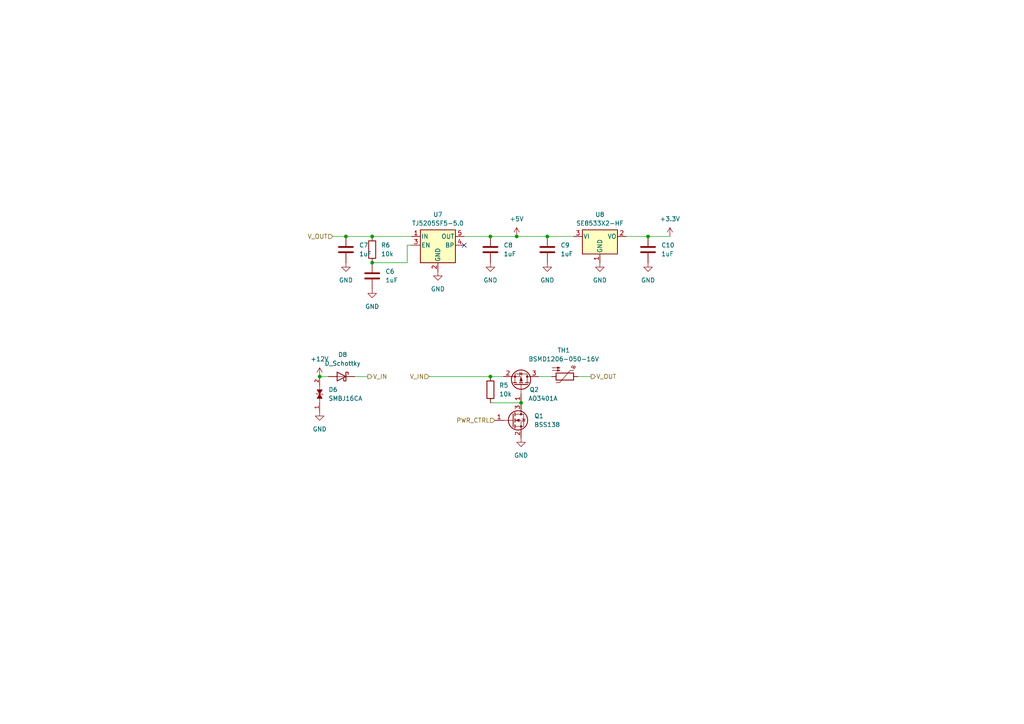
<source format=kicad_sch>
(kicad_sch
	(version 20231120)
	(generator "eeschema")
	(generator_version "8.0")
	(uuid "3221de91-5ab1-4d96-83cb-c42b382fc9bc")
	(paper "A4")
	(title_block
		(title "MAIANA NMEA2000 Adapter")
		(date "2023-09-23")
		(rev "8")
		(company "Maverick Labs LLC")
	)
	(lib_symbols
		(symbol "Device:C"
			(pin_numbers hide)
			(pin_names
				(offset 0.254)
			)
			(exclude_from_sim no)
			(in_bom yes)
			(on_board yes)
			(property "Reference" "C"
				(at 0.635 2.54 0)
				(effects
					(font
						(size 1.27 1.27)
					)
					(justify left)
				)
			)
			(property "Value" "C"
				(at 0.635 -2.54 0)
				(effects
					(font
						(size 1.27 1.27)
					)
					(justify left)
				)
			)
			(property "Footprint" ""
				(at 0.9652 -3.81 0)
				(effects
					(font
						(size 1.27 1.27)
					)
					(hide yes)
				)
			)
			(property "Datasheet" "~"
				(at 0 0 0)
				(effects
					(font
						(size 1.27 1.27)
					)
					(hide yes)
				)
			)
			(property "Description" "Unpolarized capacitor"
				(at 0 0 0)
				(effects
					(font
						(size 1.27 1.27)
					)
					(hide yes)
				)
			)
			(property "ki_keywords" "cap capacitor"
				(at 0 0 0)
				(effects
					(font
						(size 1.27 1.27)
					)
					(hide yes)
				)
			)
			(property "ki_fp_filters" "C_*"
				(at 0 0 0)
				(effects
					(font
						(size 1.27 1.27)
					)
					(hide yes)
				)
			)
			(symbol "C_0_1"
				(polyline
					(pts
						(xy -2.032 -0.762) (xy 2.032 -0.762)
					)
					(stroke
						(width 0.508)
						(type default)
					)
					(fill
						(type none)
					)
				)
				(polyline
					(pts
						(xy -2.032 0.762) (xy 2.032 0.762)
					)
					(stroke
						(width 0.508)
						(type default)
					)
					(fill
						(type none)
					)
				)
			)
			(symbol "C_1_1"
				(pin passive line
					(at 0 3.81 270)
					(length 2.794)
					(name "~"
						(effects
							(font
								(size 1.27 1.27)
							)
						)
					)
					(number "1"
						(effects
							(font
								(size 1.27 1.27)
							)
						)
					)
				)
				(pin passive line
					(at 0 -3.81 90)
					(length 2.794)
					(name "~"
						(effects
							(font
								(size 1.27 1.27)
							)
						)
					)
					(number "2"
						(effects
							(font
								(size 1.27 1.27)
							)
						)
					)
				)
			)
		)
		(symbol "Device:D_Schottky"
			(pin_numbers hide)
			(pin_names
				(offset 1.016) hide)
			(exclude_from_sim no)
			(in_bom yes)
			(on_board yes)
			(property "Reference" "D"
				(at 0 2.54 0)
				(effects
					(font
						(size 1.27 1.27)
					)
				)
			)
			(property "Value" "D_Schottky"
				(at 0 -2.54 0)
				(effects
					(font
						(size 1.27 1.27)
					)
				)
			)
			(property "Footprint" ""
				(at 0 0 0)
				(effects
					(font
						(size 1.27 1.27)
					)
					(hide yes)
				)
			)
			(property "Datasheet" "~"
				(at 0 0 0)
				(effects
					(font
						(size 1.27 1.27)
					)
					(hide yes)
				)
			)
			(property "Description" "Schottky diode"
				(at 0 0 0)
				(effects
					(font
						(size 1.27 1.27)
					)
					(hide yes)
				)
			)
			(property "ki_keywords" "diode Schottky"
				(at 0 0 0)
				(effects
					(font
						(size 1.27 1.27)
					)
					(hide yes)
				)
			)
			(property "ki_fp_filters" "TO-???* *_Diode_* *SingleDiode* D_*"
				(at 0 0 0)
				(effects
					(font
						(size 1.27 1.27)
					)
					(hide yes)
				)
			)
			(symbol "D_Schottky_0_1"
				(polyline
					(pts
						(xy 1.27 0) (xy -1.27 0)
					)
					(stroke
						(width 0)
						(type default)
					)
					(fill
						(type none)
					)
				)
				(polyline
					(pts
						(xy 1.27 1.27) (xy 1.27 -1.27) (xy -1.27 0) (xy 1.27 1.27)
					)
					(stroke
						(width 0.254)
						(type default)
					)
					(fill
						(type none)
					)
				)
				(polyline
					(pts
						(xy -1.905 0.635) (xy -1.905 1.27) (xy -1.27 1.27) (xy -1.27 -1.27) (xy -0.635 -1.27) (xy -0.635 -0.635)
					)
					(stroke
						(width 0.254)
						(type default)
					)
					(fill
						(type none)
					)
				)
			)
			(symbol "D_Schottky_1_1"
				(pin passive line
					(at -3.81 0 0)
					(length 2.54)
					(name "K"
						(effects
							(font
								(size 1.27 1.27)
							)
						)
					)
					(number "1"
						(effects
							(font
								(size 1.27 1.27)
							)
						)
					)
				)
				(pin passive line
					(at 3.81 0 180)
					(length 2.54)
					(name "A"
						(effects
							(font
								(size 1.27 1.27)
							)
						)
					)
					(number "2"
						(effects
							(font
								(size 1.27 1.27)
							)
						)
					)
				)
			)
		)
		(symbol "Device:R"
			(pin_numbers hide)
			(pin_names
				(offset 0)
			)
			(exclude_from_sim no)
			(in_bom yes)
			(on_board yes)
			(property "Reference" "R"
				(at 2.032 0 90)
				(effects
					(font
						(size 1.27 1.27)
					)
				)
			)
			(property "Value" "R"
				(at 0 0 90)
				(effects
					(font
						(size 1.27 1.27)
					)
				)
			)
			(property "Footprint" ""
				(at -1.778 0 90)
				(effects
					(font
						(size 1.27 1.27)
					)
					(hide yes)
				)
			)
			(property "Datasheet" "~"
				(at 0 0 0)
				(effects
					(font
						(size 1.27 1.27)
					)
					(hide yes)
				)
			)
			(property "Description" "Resistor"
				(at 0 0 0)
				(effects
					(font
						(size 1.27 1.27)
					)
					(hide yes)
				)
			)
			(property "ki_keywords" "R res resistor"
				(at 0 0 0)
				(effects
					(font
						(size 1.27 1.27)
					)
					(hide yes)
				)
			)
			(property "ki_fp_filters" "R_*"
				(at 0 0 0)
				(effects
					(font
						(size 1.27 1.27)
					)
					(hide yes)
				)
			)
			(symbol "R_0_1"
				(rectangle
					(start -1.016 -2.54)
					(end 1.016 2.54)
					(stroke
						(width 0.254)
						(type default)
					)
					(fill
						(type none)
					)
				)
			)
			(symbol "R_1_1"
				(pin passive line
					(at 0 3.81 270)
					(length 1.27)
					(name "~"
						(effects
							(font
								(size 1.27 1.27)
							)
						)
					)
					(number "1"
						(effects
							(font
								(size 1.27 1.27)
							)
						)
					)
				)
				(pin passive line
					(at 0 -3.81 90)
					(length 1.27)
					(name "~"
						(effects
							(font
								(size 1.27 1.27)
							)
						)
					)
					(number "2"
						(effects
							(font
								(size 1.27 1.27)
							)
						)
					)
				)
			)
		)
		(symbol "Device:Thermistor_PTC"
			(pin_numbers hide)
			(pin_names
				(offset 0)
			)
			(exclude_from_sim no)
			(in_bom yes)
			(on_board yes)
			(property "Reference" "TH"
				(at -4.064 0 90)
				(effects
					(font
						(size 1.27 1.27)
					)
				)
			)
			(property "Value" "Thermistor_PTC"
				(at 3.048 0 90)
				(effects
					(font
						(size 1.27 1.27)
					)
				)
			)
			(property "Footprint" ""
				(at 1.27 -5.08 0)
				(effects
					(font
						(size 1.27 1.27)
					)
					(justify left)
					(hide yes)
				)
			)
			(property "Datasheet" "~"
				(at 0 0 0)
				(effects
					(font
						(size 1.27 1.27)
					)
					(hide yes)
				)
			)
			(property "Description" "Temperature dependent resistor, positive temperature coefficient"
				(at 0 0 0)
				(effects
					(font
						(size 1.27 1.27)
					)
					(hide yes)
				)
			)
			(property "ki_keywords" "resistor PTC thermistor sensor RTD"
				(at 0 0 0)
				(effects
					(font
						(size 1.27 1.27)
					)
					(hide yes)
				)
			)
			(property "ki_fp_filters" "*PTC* *Thermistor* PIN?ARRAY* bornier* *Terminal?Block* R_*"
				(at 0 0 0)
				(effects
					(font
						(size 1.27 1.27)
					)
					(hide yes)
				)
			)
			(symbol "Thermistor_PTC_0_1"
				(arc
					(start -3.048 2.159)
					(mid -3.0495 2.3143)
					(end -3.175 2.413)
					(stroke
						(width 0)
						(type default)
					)
					(fill
						(type none)
					)
				)
				(arc
					(start -3.048 2.159)
					(mid -2.9736 1.9794)
					(end -2.794 1.905)
					(stroke
						(width 0)
						(type default)
					)
					(fill
						(type none)
					)
				)
				(arc
					(start -3.048 2.794)
					(mid -2.9736 2.6144)
					(end -2.794 2.54)
					(stroke
						(width 0)
						(type default)
					)
					(fill
						(type none)
					)
				)
				(arc
					(start -2.794 1.905)
					(mid -2.6144 1.9794)
					(end -2.54 2.159)
					(stroke
						(width 0)
						(type default)
					)
					(fill
						(type none)
					)
				)
				(arc
					(start -2.794 2.54)
					(mid -2.4393 2.5587)
					(end -2.159 2.794)
					(stroke
						(width 0)
						(type default)
					)
					(fill
						(type none)
					)
				)
				(arc
					(start -2.794 3.048)
					(mid -2.9736 2.9736)
					(end -3.048 2.794)
					(stroke
						(width 0)
						(type default)
					)
					(fill
						(type none)
					)
				)
				(arc
					(start -2.54 2.794)
					(mid -2.6144 2.9736)
					(end -2.794 3.048)
					(stroke
						(width 0)
						(type default)
					)
					(fill
						(type none)
					)
				)
				(rectangle
					(start -1.016 2.54)
					(end 1.016 -2.54)
					(stroke
						(width 0.254)
						(type default)
					)
					(fill
						(type none)
					)
				)
				(polyline
					(pts
						(xy -2.54 2.159) (xy -2.54 2.794)
					)
					(stroke
						(width 0)
						(type default)
					)
					(fill
						(type none)
					)
				)
				(polyline
					(pts
						(xy -1.778 2.54) (xy -1.778 1.524) (xy 1.778 -1.524) (xy 1.778 -2.54)
					)
					(stroke
						(width 0)
						(type default)
					)
					(fill
						(type none)
					)
				)
				(polyline
					(pts
						(xy -2.54 -3.683) (xy -2.54 -1.397) (xy -2.794 -2.159) (xy -2.286 -2.159) (xy -2.54 -1.397) (xy -2.54 -1.651)
					)
					(stroke
						(width 0)
						(type default)
					)
					(fill
						(type outline)
					)
				)
				(polyline
					(pts
						(xy -1.778 -3.683) (xy -1.778 -1.397) (xy -2.032 -2.159) (xy -1.524 -2.159) (xy -1.778 -1.397)
						(xy -1.778 -1.651)
					)
					(stroke
						(width 0)
						(type default)
					)
					(fill
						(type outline)
					)
				)
			)
			(symbol "Thermistor_PTC_1_1"
				(pin passive line
					(at 0 3.81 270)
					(length 1.27)
					(name "~"
						(effects
							(font
								(size 1.27 1.27)
							)
						)
					)
					(number "1"
						(effects
							(font
								(size 1.27 1.27)
							)
						)
					)
				)
				(pin passive line
					(at 0 -3.81 90)
					(length 1.27)
					(name "~"
						(effects
							(font
								(size 1.27 1.27)
							)
						)
					)
					(number "2"
						(effects
							(font
								(size 1.27 1.27)
							)
						)
					)
				)
			)
		)
		(symbol "Regulator_Linear:MCP1799x-330xxTT"
			(pin_names
				(offset 0.254)
			)
			(exclude_from_sim no)
			(in_bom yes)
			(on_board yes)
			(property "Reference" "U"
				(at -3.81 3.175 0)
				(effects
					(font
						(size 1.27 1.27)
					)
				)
			)
			(property "Value" "MCP1799x-330xxTT"
				(at 0 3.175 0)
				(effects
					(font
						(size 1.27 1.27)
					)
					(justify left)
				)
			)
			(property "Footprint" "Package_TO_SOT_SMD:SOT-23"
				(at 0 5.715 0)
				(effects
					(font
						(size 1.27 1.27)
					)
					(hide yes)
				)
			)
			(property "Datasheet" "https://ww1.microchip.com/downloads/en/DeviceDoc/MCP1799-Data-Sheet-20006248A.pdf"
				(at 0 0 0)
				(effects
					(font
						(size 1.27 1.27)
					)
					(hide yes)
				)
			)
			(property "Description" "80 mA High-Voltage Automotive LDO, 3.3V output, SOT-23"
				(at 0 0 0)
				(effects
					(font
						(size 1.27 1.27)
					)
					(hide yes)
				)
			)
			(property "ki_keywords" "regulator linear ldo"
				(at 0 0 0)
				(effects
					(font
						(size 1.27 1.27)
					)
					(hide yes)
				)
			)
			(property "ki_fp_filters" "SOT?23*"
				(at 0 0 0)
				(effects
					(font
						(size 1.27 1.27)
					)
					(hide yes)
				)
			)
			(symbol "MCP1799x-330xxTT_0_1"
				(rectangle
					(start -5.08 1.905)
					(end 5.08 -5.08)
					(stroke
						(width 0.254)
						(type default)
					)
					(fill
						(type background)
					)
				)
			)
			(symbol "MCP1799x-330xxTT_1_1"
				(pin power_in line
					(at 0 -7.62 90)
					(length 2.54)
					(name "GND"
						(effects
							(font
								(size 1.27 1.27)
							)
						)
					)
					(number "1"
						(effects
							(font
								(size 1.27 1.27)
							)
						)
					)
				)
				(pin power_out line
					(at 7.62 0 180)
					(length 2.54)
					(name "VO"
						(effects
							(font
								(size 1.27 1.27)
							)
						)
					)
					(number "2"
						(effects
							(font
								(size 1.27 1.27)
							)
						)
					)
				)
				(pin power_in line
					(at -7.62 0 0)
					(length 2.54)
					(name "VI"
						(effects
							(font
								(size 1.27 1.27)
							)
						)
					)
					(number "3"
						(effects
							(font
								(size 1.27 1.27)
							)
						)
					)
				)
			)
		)
		(symbol "Regulator_Linear:MIC5219-5.0YM5"
			(pin_names
				(offset 0.254)
			)
			(exclude_from_sim no)
			(in_bom yes)
			(on_board yes)
			(property "Reference" "U"
				(at -3.81 5.715 0)
				(effects
					(font
						(size 1.27 1.27)
					)
				)
			)
			(property "Value" "MIC5219-5.0YM5"
				(at 0 5.715 0)
				(effects
					(font
						(size 1.27 1.27)
					)
					(justify left)
				)
			)
			(property "Footprint" "Package_TO_SOT_SMD:SOT-23-5"
				(at 0 8.255 0)
				(effects
					(font
						(size 1.27 1.27)
					)
					(hide yes)
				)
			)
			(property "Datasheet" "http://ww1.microchip.com/downloads/en/DeviceDoc/MIC5219-500mA-Peak-Output-LDO-Regulator-DS20006021A.pdf"
				(at 0 0 0)
				(effects
					(font
						(size 1.27 1.27)
					)
					(hide yes)
				)
			)
			(property "Description" "500mA low dropout linear regulator, fixed 5.0V output, SOT-23-5"
				(at 0 0 0)
				(effects
					(font
						(size 1.27 1.27)
					)
					(hide yes)
				)
			)
			(property "ki_keywords" "500mA ultra-low-noise LDO linear voltage regulator fixed positive"
				(at 0 0 0)
				(effects
					(font
						(size 1.27 1.27)
					)
					(hide yes)
				)
			)
			(property "ki_fp_filters" "SOT?23*"
				(at 0 0 0)
				(effects
					(font
						(size 1.27 1.27)
					)
					(hide yes)
				)
			)
			(symbol "MIC5219-5.0YM5_0_1"
				(rectangle
					(start -5.08 4.445)
					(end 5.08 -5.08)
					(stroke
						(width 0.254)
						(type default)
					)
					(fill
						(type background)
					)
				)
			)
			(symbol "MIC5219-5.0YM5_1_1"
				(pin power_in line
					(at -7.62 2.54 0)
					(length 2.54)
					(name "IN"
						(effects
							(font
								(size 1.27 1.27)
							)
						)
					)
					(number "1"
						(effects
							(font
								(size 1.27 1.27)
							)
						)
					)
				)
				(pin power_in line
					(at 0 -7.62 90)
					(length 2.54)
					(name "GND"
						(effects
							(font
								(size 1.27 1.27)
							)
						)
					)
					(number "2"
						(effects
							(font
								(size 1.27 1.27)
							)
						)
					)
				)
				(pin input line
					(at -7.62 0 0)
					(length 2.54)
					(name "EN"
						(effects
							(font
								(size 1.27 1.27)
							)
						)
					)
					(number "3"
						(effects
							(font
								(size 1.27 1.27)
							)
						)
					)
				)
				(pin input line
					(at 7.62 0 180)
					(length 2.54)
					(name "BP"
						(effects
							(font
								(size 1.27 1.27)
							)
						)
					)
					(number "4"
						(effects
							(font
								(size 1.27 1.27)
							)
						)
					)
				)
				(pin power_out line
					(at 7.62 2.54 180)
					(length 2.54)
					(name "OUT"
						(effects
							(font
								(size 1.27 1.27)
							)
						)
					)
					(number "5"
						(effects
							(font
								(size 1.27 1.27)
							)
						)
					)
				)
			)
		)
		(symbol "SMBJ16CA:SMBJ16CA"
			(pin_names
				(offset 1.016)
			)
			(exclude_from_sim no)
			(in_bom yes)
			(on_board yes)
			(property "Reference" "D"
				(at -5.08 2.54 0)
				(effects
					(font
						(size 1.27 1.27)
					)
					(justify left bottom)
				)
			)
			(property "Value" "SMBJ16CA"
				(at -5.08 -5.08 0)
				(effects
					(font
						(size 1.27 1.27)
					)
					(justify left bottom)
				)
			)
			(property "Footprint" "KiCadFootprints:DIOM4336X265N"
				(at 0 0 0)
				(effects
					(font
						(size 1.27 1.27)
					)
					(justify bottom)
					(hide yes)
				)
			)
			(property "Datasheet" ""
				(at 0 0 0)
				(effects
					(font
						(size 1.27 1.27)
					)
					(hide yes)
				)
			)
			(property "Description" "\n600W, 18.8V, 5%, Bidirectional, TVS\n"
				(at 0 0 0)
				(effects
					(font
						(size 1.27 1.27)
					)
					(justify bottom)
					(hide yes)
				)
			)
			(property "MF" "Taiwan Semiconductor Corporation"
				(at 0 0 0)
				(effects
					(font
						(size 1.27 1.27)
					)
					(justify bottom)
					(hide yes)
				)
			)
			(property "MAXIMUM_PACKAGE_HEIGHT" "2.65 mm"
				(at 0 0 0)
				(effects
					(font
						(size 1.27 1.27)
					)
					(justify bottom)
					(hide yes)
				)
			)
			(property "Package" "SMB Taiwan Semiconductor"
				(at 0 0 0)
				(effects
					(font
						(size 1.27 1.27)
					)
					(justify bottom)
					(hide yes)
				)
			)
			(property "Price" "None"
				(at 0 0 0)
				(effects
					(font
						(size 1.27 1.27)
					)
					(justify bottom)
					(hide yes)
				)
			)
			(property "Check_prices" "https://www.snapeda.com/parts/SMBJ16CA/Taiwan+Semiconductor/view-part/?ref=eda"
				(at 0 0 0)
				(effects
					(font
						(size 1.27 1.27)
					)
					(justify bottom)
					(hide yes)
				)
			)
			(property "STANDARD" "IPC-7351B"
				(at 0 0 0)
				(effects
					(font
						(size 1.27 1.27)
					)
					(justify bottom)
					(hide yes)
				)
			)
			(property "PARTREV" "I2102"
				(at 0 0 0)
				(effects
					(font
						(size 1.27 1.27)
					)
					(justify bottom)
					(hide yes)
				)
			)
			(property "SnapEDA_Link" "https://www.snapeda.com/parts/SMBJ16CA/Taiwan+Semiconductor/view-part/?ref=snap"
				(at 0 0 0)
				(effects
					(font
						(size 1.27 1.27)
					)
					(justify bottom)
					(hide yes)
				)
			)
			(property "MP" "SMBJ16CA"
				(at 0 0 0)
				(effects
					(font
						(size 1.27 1.27)
					)
					(justify bottom)
					(hide yes)
				)
			)
			(property "Purchase-URL" "https://www.snapeda.com/api/url_track_click_mouser/?unipart_id=4812678&manufacturer=Taiwan Semiconductor Corporation&part_name=SMBJ16CA&search_term=smbj16ca"
				(at 0 0 0)
				(effects
					(font
						(size 1.27 1.27)
					)
					(justify bottom)
					(hide yes)
				)
			)
			(property "Availability" "In Stock"
				(at 0 0 0)
				(effects
					(font
						(size 1.27 1.27)
					)
					(justify bottom)
					(hide yes)
				)
			)
			(property "MANUFACTURER" "Taiwan Semiconductor"
				(at 0 0 0)
				(effects
					(font
						(size 1.27 1.27)
					)
					(justify bottom)
					(hide yes)
				)
			)
			(symbol "SMBJ16CA_0_0"
				(polyline
					(pts
						(xy -1.27 0) (xy -2.54 0)
					)
					(stroke
						(width 0.1524)
						(type default)
					)
					(fill
						(type none)
					)
				)
				(polyline
					(pts
						(xy 0 -0.762) (xy -0.254 -1.016)
					)
					(stroke
						(width 0.1524)
						(type default)
					)
					(fill
						(type none)
					)
				)
				(polyline
					(pts
						(xy 0 -0.762) (xy 0 0.762)
					)
					(stroke
						(width 0.1524)
						(type default)
					)
					(fill
						(type none)
					)
				)
				(polyline
					(pts
						(xy 0 0.762) (xy 0.254 1.016)
					)
					(stroke
						(width 0.1524)
						(type default)
					)
					(fill
						(type none)
					)
				)
				(polyline
					(pts
						(xy 1.27 0) (xy 2.54 0)
					)
					(stroke
						(width 0.1524)
						(type default)
					)
					(fill
						(type none)
					)
				)
				(polyline
					(pts
						(xy 0 0) (xy -1.27 -0.762) (xy -1.27 0.762) (xy 0 0)
					)
					(stroke
						(width 0.1524)
						(type default)
					)
					(fill
						(type outline)
					)
				)
				(polyline
					(pts
						(xy 0 0) (xy 1.27 0.762) (xy 1.27 -0.762) (xy 0 0)
					)
					(stroke
						(width 0.1524)
						(type default)
					)
					(fill
						(type outline)
					)
				)
				(pin passive line
					(at -5.08 0 0)
					(length 2.54)
					(name "~"
						(effects
							(font
								(size 1.016 1.016)
							)
						)
					)
					(number "1"
						(effects
							(font
								(size 1.016 1.016)
							)
						)
					)
				)
				(pin passive line
					(at 5.08 0 180)
					(length 2.54)
					(name "~"
						(effects
							(font
								(size 1.016 1.016)
							)
						)
					)
					(number "2"
						(effects
							(font
								(size 1.016 1.016)
							)
						)
					)
				)
			)
		)
		(symbol "Transistor_FET:AO3401A"
			(pin_names hide)
			(exclude_from_sim no)
			(in_bom yes)
			(on_board yes)
			(property "Reference" "Q"
				(at 5.08 1.905 0)
				(effects
					(font
						(size 1.27 1.27)
					)
					(justify left)
				)
			)
			(property "Value" "AO3401A"
				(at 5.08 0 0)
				(effects
					(font
						(size 1.27 1.27)
					)
					(justify left)
				)
			)
			(property "Footprint" "Package_TO_SOT_SMD:SOT-23"
				(at 5.08 -1.905 0)
				(effects
					(font
						(size 1.27 1.27)
						(italic yes)
					)
					(justify left)
					(hide yes)
				)
			)
			(property "Datasheet" "http://www.aosmd.com/pdfs/datasheet/AO3401A.pdf"
				(at 0 0 0)
				(effects
					(font
						(size 1.27 1.27)
					)
					(justify left)
					(hide yes)
				)
			)
			(property "Description" "-4.0A Id, -30V Vds, P-Channel MOSFET, SOT-23"
				(at 0 0 0)
				(effects
					(font
						(size 1.27 1.27)
					)
					(hide yes)
				)
			)
			(property "ki_keywords" "P-Channel MOSFET"
				(at 0 0 0)
				(effects
					(font
						(size 1.27 1.27)
					)
					(hide yes)
				)
			)
			(property "ki_fp_filters" "SOT?23*"
				(at 0 0 0)
				(effects
					(font
						(size 1.27 1.27)
					)
					(hide yes)
				)
			)
			(symbol "AO3401A_0_1"
				(polyline
					(pts
						(xy 0.254 0) (xy -2.54 0)
					)
					(stroke
						(width 0)
						(type default)
					)
					(fill
						(type none)
					)
				)
				(polyline
					(pts
						(xy 0.254 1.905) (xy 0.254 -1.905)
					)
					(stroke
						(width 0.254)
						(type default)
					)
					(fill
						(type none)
					)
				)
				(polyline
					(pts
						(xy 0.762 -1.27) (xy 0.762 -2.286)
					)
					(stroke
						(width 0.254)
						(type default)
					)
					(fill
						(type none)
					)
				)
				(polyline
					(pts
						(xy 0.762 0.508) (xy 0.762 -0.508)
					)
					(stroke
						(width 0.254)
						(type default)
					)
					(fill
						(type none)
					)
				)
				(polyline
					(pts
						(xy 0.762 2.286) (xy 0.762 1.27)
					)
					(stroke
						(width 0.254)
						(type default)
					)
					(fill
						(type none)
					)
				)
				(polyline
					(pts
						(xy 2.54 2.54) (xy 2.54 1.778)
					)
					(stroke
						(width 0)
						(type default)
					)
					(fill
						(type none)
					)
				)
				(polyline
					(pts
						(xy 2.54 -2.54) (xy 2.54 0) (xy 0.762 0)
					)
					(stroke
						(width 0)
						(type default)
					)
					(fill
						(type none)
					)
				)
				(polyline
					(pts
						(xy 0.762 1.778) (xy 3.302 1.778) (xy 3.302 -1.778) (xy 0.762 -1.778)
					)
					(stroke
						(width 0)
						(type default)
					)
					(fill
						(type none)
					)
				)
				(polyline
					(pts
						(xy 2.286 0) (xy 1.27 0.381) (xy 1.27 -0.381) (xy 2.286 0)
					)
					(stroke
						(width 0)
						(type default)
					)
					(fill
						(type outline)
					)
				)
				(polyline
					(pts
						(xy 2.794 -0.508) (xy 2.921 -0.381) (xy 3.683 -0.381) (xy 3.81 -0.254)
					)
					(stroke
						(width 0)
						(type default)
					)
					(fill
						(type none)
					)
				)
				(polyline
					(pts
						(xy 3.302 -0.381) (xy 2.921 0.254) (xy 3.683 0.254) (xy 3.302 -0.381)
					)
					(stroke
						(width 0)
						(type default)
					)
					(fill
						(type none)
					)
				)
				(circle
					(center 1.651 0)
					(radius 2.794)
					(stroke
						(width 0.254)
						(type default)
					)
					(fill
						(type none)
					)
				)
				(circle
					(center 2.54 -1.778)
					(radius 0.254)
					(stroke
						(width 0)
						(type default)
					)
					(fill
						(type outline)
					)
				)
				(circle
					(center 2.54 1.778)
					(radius 0.254)
					(stroke
						(width 0)
						(type default)
					)
					(fill
						(type outline)
					)
				)
			)
			(symbol "AO3401A_1_1"
				(pin input line
					(at -5.08 0 0)
					(length 2.54)
					(name "G"
						(effects
							(font
								(size 1.27 1.27)
							)
						)
					)
					(number "1"
						(effects
							(font
								(size 1.27 1.27)
							)
						)
					)
				)
				(pin passive line
					(at 2.54 -5.08 90)
					(length 2.54)
					(name "S"
						(effects
							(font
								(size 1.27 1.27)
							)
						)
					)
					(number "2"
						(effects
							(font
								(size 1.27 1.27)
							)
						)
					)
				)
				(pin passive line
					(at 2.54 5.08 270)
					(length 2.54)
					(name "D"
						(effects
							(font
								(size 1.27 1.27)
							)
						)
					)
					(number "3"
						(effects
							(font
								(size 1.27 1.27)
							)
						)
					)
				)
			)
		)
		(symbol "Transistor_FET:BSS138"
			(pin_names hide)
			(exclude_from_sim no)
			(in_bom yes)
			(on_board yes)
			(property "Reference" "Q"
				(at 5.08 1.905 0)
				(effects
					(font
						(size 1.27 1.27)
					)
					(justify left)
				)
			)
			(property "Value" "BSS138"
				(at 5.08 0 0)
				(effects
					(font
						(size 1.27 1.27)
					)
					(justify left)
				)
			)
			(property "Footprint" "Package_TO_SOT_SMD:SOT-23"
				(at 5.08 -1.905 0)
				(effects
					(font
						(size 1.27 1.27)
						(italic yes)
					)
					(justify left)
					(hide yes)
				)
			)
			(property "Datasheet" "https://www.onsemi.com/pub/Collateral/BSS138-D.PDF"
				(at 0 0 0)
				(effects
					(font
						(size 1.27 1.27)
					)
					(justify left)
					(hide yes)
				)
			)
			(property "Description" "50V Vds, 0.22A Id, N-Channel MOSFET, SOT-23"
				(at 0 0 0)
				(effects
					(font
						(size 1.27 1.27)
					)
					(hide yes)
				)
			)
			(property "ki_keywords" "N-Channel MOSFET"
				(at 0 0 0)
				(effects
					(font
						(size 1.27 1.27)
					)
					(hide yes)
				)
			)
			(property "ki_fp_filters" "SOT?23*"
				(at 0 0 0)
				(effects
					(font
						(size 1.27 1.27)
					)
					(hide yes)
				)
			)
			(symbol "BSS138_0_1"
				(polyline
					(pts
						(xy 0.254 0) (xy -2.54 0)
					)
					(stroke
						(width 0)
						(type default)
					)
					(fill
						(type none)
					)
				)
				(polyline
					(pts
						(xy 0.254 1.905) (xy 0.254 -1.905)
					)
					(stroke
						(width 0.254)
						(type default)
					)
					(fill
						(type none)
					)
				)
				(polyline
					(pts
						(xy 0.762 -1.27) (xy 0.762 -2.286)
					)
					(stroke
						(width 0.254)
						(type default)
					)
					(fill
						(type none)
					)
				)
				(polyline
					(pts
						(xy 0.762 0.508) (xy 0.762 -0.508)
					)
					(stroke
						(width 0.254)
						(type default)
					)
					(fill
						(type none)
					)
				)
				(polyline
					(pts
						(xy 0.762 2.286) (xy 0.762 1.27)
					)
					(stroke
						(width 0.254)
						(type default)
					)
					(fill
						(type none)
					)
				)
				(polyline
					(pts
						(xy 2.54 2.54) (xy 2.54 1.778)
					)
					(stroke
						(width 0)
						(type default)
					)
					(fill
						(type none)
					)
				)
				(polyline
					(pts
						(xy 2.54 -2.54) (xy 2.54 0) (xy 0.762 0)
					)
					(stroke
						(width 0)
						(type default)
					)
					(fill
						(type none)
					)
				)
				(polyline
					(pts
						(xy 0.762 -1.778) (xy 3.302 -1.778) (xy 3.302 1.778) (xy 0.762 1.778)
					)
					(stroke
						(width 0)
						(type default)
					)
					(fill
						(type none)
					)
				)
				(polyline
					(pts
						(xy 1.016 0) (xy 2.032 0.381) (xy 2.032 -0.381) (xy 1.016 0)
					)
					(stroke
						(width 0)
						(type default)
					)
					(fill
						(type outline)
					)
				)
				(polyline
					(pts
						(xy 2.794 0.508) (xy 2.921 0.381) (xy 3.683 0.381) (xy 3.81 0.254)
					)
					(stroke
						(width 0)
						(type default)
					)
					(fill
						(type none)
					)
				)
				(polyline
					(pts
						(xy 3.302 0.381) (xy 2.921 -0.254) (xy 3.683 -0.254) (xy 3.302 0.381)
					)
					(stroke
						(width 0)
						(type default)
					)
					(fill
						(type none)
					)
				)
				(circle
					(center 1.651 0)
					(radius 2.794)
					(stroke
						(width 0.254)
						(type default)
					)
					(fill
						(type none)
					)
				)
				(circle
					(center 2.54 -1.778)
					(radius 0.254)
					(stroke
						(width 0)
						(type default)
					)
					(fill
						(type outline)
					)
				)
				(circle
					(center 2.54 1.778)
					(radius 0.254)
					(stroke
						(width 0)
						(type default)
					)
					(fill
						(type outline)
					)
				)
			)
			(symbol "BSS138_1_1"
				(pin input line
					(at -5.08 0 0)
					(length 2.54)
					(name "G"
						(effects
							(font
								(size 1.27 1.27)
							)
						)
					)
					(number "1"
						(effects
							(font
								(size 1.27 1.27)
							)
						)
					)
				)
				(pin passive line
					(at 2.54 -5.08 90)
					(length 2.54)
					(name "S"
						(effects
							(font
								(size 1.27 1.27)
							)
						)
					)
					(number "2"
						(effects
							(font
								(size 1.27 1.27)
							)
						)
					)
				)
				(pin passive line
					(at 2.54 5.08 270)
					(length 2.54)
					(name "D"
						(effects
							(font
								(size 1.27 1.27)
							)
						)
					)
					(number "3"
						(effects
							(font
								(size 1.27 1.27)
							)
						)
					)
				)
			)
		)
		(symbol "power:+12V"
			(power)
			(pin_names
				(offset 0)
			)
			(exclude_from_sim no)
			(in_bom yes)
			(on_board yes)
			(property "Reference" "#PWR"
				(at 0 -3.81 0)
				(effects
					(font
						(size 1.27 1.27)
					)
					(hide yes)
				)
			)
			(property "Value" "+12V"
				(at 0 3.556 0)
				(effects
					(font
						(size 1.27 1.27)
					)
				)
			)
			(property "Footprint" ""
				(at 0 0 0)
				(effects
					(font
						(size 1.27 1.27)
					)
					(hide yes)
				)
			)
			(property "Datasheet" ""
				(at 0 0 0)
				(effects
					(font
						(size 1.27 1.27)
					)
					(hide yes)
				)
			)
			(property "Description" "Power symbol creates a global label with name \"+12V\""
				(at 0 0 0)
				(effects
					(font
						(size 1.27 1.27)
					)
					(hide yes)
				)
			)
			(property "ki_keywords" "global power"
				(at 0 0 0)
				(effects
					(font
						(size 1.27 1.27)
					)
					(hide yes)
				)
			)
			(symbol "+12V_0_1"
				(polyline
					(pts
						(xy -0.762 1.27) (xy 0 2.54)
					)
					(stroke
						(width 0)
						(type default)
					)
					(fill
						(type none)
					)
				)
				(polyline
					(pts
						(xy 0 0) (xy 0 2.54)
					)
					(stroke
						(width 0)
						(type default)
					)
					(fill
						(type none)
					)
				)
				(polyline
					(pts
						(xy 0 2.54) (xy 0.762 1.27)
					)
					(stroke
						(width 0)
						(type default)
					)
					(fill
						(type none)
					)
				)
			)
			(symbol "+12V_1_1"
				(pin power_in line
					(at 0 0 90)
					(length 0) hide
					(name "+12V"
						(effects
							(font
								(size 1.27 1.27)
							)
						)
					)
					(number "1"
						(effects
							(font
								(size 1.27 1.27)
							)
						)
					)
				)
			)
		)
		(symbol "power:+3.3V"
			(power)
			(pin_names
				(offset 0)
			)
			(exclude_from_sim no)
			(in_bom yes)
			(on_board yes)
			(property "Reference" "#PWR"
				(at 0 -3.81 0)
				(effects
					(font
						(size 1.27 1.27)
					)
					(hide yes)
				)
			)
			(property "Value" "+3.3V"
				(at 0 3.556 0)
				(effects
					(font
						(size 1.27 1.27)
					)
				)
			)
			(property "Footprint" ""
				(at 0 0 0)
				(effects
					(font
						(size 1.27 1.27)
					)
					(hide yes)
				)
			)
			(property "Datasheet" ""
				(at 0 0 0)
				(effects
					(font
						(size 1.27 1.27)
					)
					(hide yes)
				)
			)
			(property "Description" "Power symbol creates a global label with name \"+3.3V\""
				(at 0 0 0)
				(effects
					(font
						(size 1.27 1.27)
					)
					(hide yes)
				)
			)
			(property "ki_keywords" "global power"
				(at 0 0 0)
				(effects
					(font
						(size 1.27 1.27)
					)
					(hide yes)
				)
			)
			(symbol "+3.3V_0_1"
				(polyline
					(pts
						(xy -0.762 1.27) (xy 0 2.54)
					)
					(stroke
						(width 0)
						(type default)
					)
					(fill
						(type none)
					)
				)
				(polyline
					(pts
						(xy 0 0) (xy 0 2.54)
					)
					(stroke
						(width 0)
						(type default)
					)
					(fill
						(type none)
					)
				)
				(polyline
					(pts
						(xy 0 2.54) (xy 0.762 1.27)
					)
					(stroke
						(width 0)
						(type default)
					)
					(fill
						(type none)
					)
				)
			)
			(symbol "+3.3V_1_1"
				(pin power_in line
					(at 0 0 90)
					(length 0) hide
					(name "+3.3V"
						(effects
							(font
								(size 1.27 1.27)
							)
						)
					)
					(number "1"
						(effects
							(font
								(size 1.27 1.27)
							)
						)
					)
				)
			)
		)
		(symbol "power:+5V"
			(power)
			(pin_names
				(offset 0)
			)
			(exclude_from_sim no)
			(in_bom yes)
			(on_board yes)
			(property "Reference" "#PWR"
				(at 0 -3.81 0)
				(effects
					(font
						(size 1.27 1.27)
					)
					(hide yes)
				)
			)
			(property "Value" "+5V"
				(at 0 3.556 0)
				(effects
					(font
						(size 1.27 1.27)
					)
				)
			)
			(property "Footprint" ""
				(at 0 0 0)
				(effects
					(font
						(size 1.27 1.27)
					)
					(hide yes)
				)
			)
			(property "Datasheet" ""
				(at 0 0 0)
				(effects
					(font
						(size 1.27 1.27)
					)
					(hide yes)
				)
			)
			(property "Description" "Power symbol creates a global label with name \"+5V\""
				(at 0 0 0)
				(effects
					(font
						(size 1.27 1.27)
					)
					(hide yes)
				)
			)
			(property "ki_keywords" "global power"
				(at 0 0 0)
				(effects
					(font
						(size 1.27 1.27)
					)
					(hide yes)
				)
			)
			(symbol "+5V_0_1"
				(polyline
					(pts
						(xy -0.762 1.27) (xy 0 2.54)
					)
					(stroke
						(width 0)
						(type default)
					)
					(fill
						(type none)
					)
				)
				(polyline
					(pts
						(xy 0 0) (xy 0 2.54)
					)
					(stroke
						(width 0)
						(type default)
					)
					(fill
						(type none)
					)
				)
				(polyline
					(pts
						(xy 0 2.54) (xy 0.762 1.27)
					)
					(stroke
						(width 0)
						(type default)
					)
					(fill
						(type none)
					)
				)
			)
			(symbol "+5V_1_1"
				(pin power_in line
					(at 0 0 90)
					(length 0) hide
					(name "+5V"
						(effects
							(font
								(size 1.27 1.27)
							)
						)
					)
					(number "1"
						(effects
							(font
								(size 1.27 1.27)
							)
						)
					)
				)
			)
		)
		(symbol "power:GND"
			(power)
			(pin_names
				(offset 0)
			)
			(exclude_from_sim no)
			(in_bom yes)
			(on_board yes)
			(property "Reference" "#PWR"
				(at 0 -6.35 0)
				(effects
					(font
						(size 1.27 1.27)
					)
					(hide yes)
				)
			)
			(property "Value" "GND"
				(at 0 -3.81 0)
				(effects
					(font
						(size 1.27 1.27)
					)
				)
			)
			(property "Footprint" ""
				(at 0 0 0)
				(effects
					(font
						(size 1.27 1.27)
					)
					(hide yes)
				)
			)
			(property "Datasheet" ""
				(at 0 0 0)
				(effects
					(font
						(size 1.27 1.27)
					)
					(hide yes)
				)
			)
			(property "Description" "Power symbol creates a global label with name \"GND\" , ground"
				(at 0 0 0)
				(effects
					(font
						(size 1.27 1.27)
					)
					(hide yes)
				)
			)
			(property "ki_keywords" "global power"
				(at 0 0 0)
				(effects
					(font
						(size 1.27 1.27)
					)
					(hide yes)
				)
			)
			(symbol "GND_0_1"
				(polyline
					(pts
						(xy 0 0) (xy 0 -1.27) (xy 1.27 -1.27) (xy 0 -2.54) (xy -1.27 -1.27) (xy 0 -1.27)
					)
					(stroke
						(width 0)
						(type default)
					)
					(fill
						(type none)
					)
				)
			)
			(symbol "GND_1_1"
				(pin power_in line
					(at 0 0 270)
					(length 0) hide
					(name "GND"
						(effects
							(font
								(size 1.27 1.27)
							)
						)
					)
					(number "1"
						(effects
							(font
								(size 1.27 1.27)
							)
						)
					)
				)
			)
		)
	)
	(junction
		(at 149.86 68.58)
		(diameter 0)
		(color 0 0 0 0)
		(uuid "18c37880-93d2-44bd-a88d-f7dc88553d9b")
	)
	(junction
		(at 92.71 109.22)
		(diameter 0)
		(color 0 0 0 0)
		(uuid "22962d90-2503-47c6-bf5c-172c46801a5a")
	)
	(junction
		(at 142.24 109.22)
		(diameter 0)
		(color 0 0 0 0)
		(uuid "4e9156a6-ed7b-4476-91fe-449667f7fc92")
	)
	(junction
		(at 107.95 76.2)
		(diameter 0)
		(color 0 0 0 0)
		(uuid "62e9afd2-b7b3-4430-89de-8f33dc918d8e")
	)
	(junction
		(at 142.24 68.58)
		(diameter 0)
		(color 0 0 0 0)
		(uuid "ef6ac5d7-caa2-4aa0-ac1e-8709d2ee5d94")
	)
	(junction
		(at 158.75 68.58)
		(diameter 0)
		(color 0 0 0 0)
		(uuid "f44959a0-4ad4-4156-801c-7611d2246d57")
	)
	(junction
		(at 100.33 68.58)
		(diameter 0)
		(color 0 0 0 0)
		(uuid "f6acb6cc-e1a8-45c6-a7d2-50ca5a984d08")
	)
	(junction
		(at 151.13 116.84)
		(diameter 0)
		(color 0 0 0 0)
		(uuid "fa2cd0f2-7bd4-458b-a3d7-c431ada249c5")
	)
	(junction
		(at 187.96 68.58)
		(diameter 0)
		(color 0 0 0 0)
		(uuid "fa539f6b-72c4-4462-a698-5ed871c30db9")
	)
	(junction
		(at 107.95 68.58)
		(diameter 0)
		(color 0 0 0 0)
		(uuid "fad48d9d-e8a2-4384-b09f-8111d7763049")
	)
	(no_connect
		(at 134.62 71.12)
		(uuid "17c14ade-ca80-4156-a6d9-e8843c19416b")
	)
	(wire
		(pts
			(xy 119.38 71.12) (xy 118.11 71.12)
		)
		(stroke
			(width 0)
			(type default)
		)
		(uuid "049af045-fdde-4fb2-a93c-afaf5a7078cb")
	)
	(wire
		(pts
			(xy 167.64 109.22) (xy 171.45 109.22)
		)
		(stroke
			(width 0)
			(type default)
		)
		(uuid "05421a03-fabd-4ea3-a81f-ee5efaf9a2ab")
	)
	(wire
		(pts
			(xy 187.96 68.58) (xy 194.31 68.58)
		)
		(stroke
			(width 0)
			(type default)
		)
		(uuid "0a76fcb5-582c-4762-87b5-128942a5ddbd")
	)
	(wire
		(pts
			(xy 156.21 109.22) (xy 160.02 109.22)
		)
		(stroke
			(width 0)
			(type default)
		)
		(uuid "0a8f1fc1-62f3-4307-bd94-1a484ab8a5c3")
	)
	(wire
		(pts
			(xy 142.24 109.22) (xy 146.05 109.22)
		)
		(stroke
			(width 0)
			(type default)
		)
		(uuid "40c5c099-2aa1-4958-b81f-e36a6ae5a886")
	)
	(wire
		(pts
			(xy 124.46 109.22) (xy 142.24 109.22)
		)
		(stroke
			(width 0)
			(type default)
		)
		(uuid "4a779065-6555-48c1-b054-178809cda878")
	)
	(wire
		(pts
			(xy 96.52 68.58) (xy 100.33 68.58)
		)
		(stroke
			(width 0)
			(type default)
		)
		(uuid "5a3110ae-b578-41df-9bb1-adeb5d0718e9")
	)
	(wire
		(pts
			(xy 100.33 68.58) (xy 107.95 68.58)
		)
		(stroke
			(width 0)
			(type default)
		)
		(uuid "5fabe6ea-907a-42ee-8de2-797da3933b94")
	)
	(wire
		(pts
			(xy 158.75 68.58) (xy 166.37 68.58)
		)
		(stroke
			(width 0)
			(type default)
		)
		(uuid "8128f80c-52a5-43cb-8f81-f4e4f28814f9")
	)
	(wire
		(pts
			(xy 118.11 76.2) (xy 107.95 76.2)
		)
		(stroke
			(width 0)
			(type default)
		)
		(uuid "89f4de40-aa4b-4072-bb3f-8b051bacb5cc")
	)
	(wire
		(pts
			(xy 142.24 68.58) (xy 149.86 68.58)
		)
		(stroke
			(width 0)
			(type default)
		)
		(uuid "a0c8b0b3-0a0e-4ff6-afb0-b4bc8003fd5b")
	)
	(wire
		(pts
			(xy 142.24 116.84) (xy 151.13 116.84)
		)
		(stroke
			(width 0)
			(type default)
		)
		(uuid "bab3b79a-526f-44f3-bbd3-47acbb49b36a")
	)
	(wire
		(pts
			(xy 134.62 68.58) (xy 142.24 68.58)
		)
		(stroke
			(width 0)
			(type default)
		)
		(uuid "babb74c2-7019-46ca-aa79-09969a728aae")
	)
	(wire
		(pts
			(xy 92.71 109.22) (xy 95.25 109.22)
		)
		(stroke
			(width 0)
			(type default)
		)
		(uuid "c1518d5f-b436-40f0-ad0f-f2e8538d3b28")
	)
	(wire
		(pts
			(xy 149.86 68.58) (xy 158.75 68.58)
		)
		(stroke
			(width 0)
			(type default)
		)
		(uuid "dc275d27-c8a2-41d8-a866-67d7cdbec9ba")
	)
	(wire
		(pts
			(xy 102.87 109.22) (xy 106.68 109.22)
		)
		(stroke
			(width 0)
			(type default)
		)
		(uuid "dcacdf85-d548-4e9f-9b32-314dc8b989f6")
	)
	(wire
		(pts
			(xy 118.11 71.12) (xy 118.11 76.2)
		)
		(stroke
			(width 0)
			(type default)
		)
		(uuid "f4b4e984-b47e-41cd-ad62-77ba1f21f162")
	)
	(wire
		(pts
			(xy 107.95 68.58) (xy 119.38 68.58)
		)
		(stroke
			(width 0)
			(type default)
		)
		(uuid "f75fa786-8b91-4936-9470-79efd6c244d1")
	)
	(wire
		(pts
			(xy 181.61 68.58) (xy 187.96 68.58)
		)
		(stroke
			(width 0)
			(type default)
		)
		(uuid "fcf538e2-c774-48c1-b151-111940354dac")
	)
	(hierarchical_label "V_OUT"
		(shape output)
		(at 171.45 109.22 0)
		(effects
			(font
				(size 1.27 1.27)
			)
			(justify left)
		)
		(uuid "1c4a4287-d5a5-438a-8ef3-00359d31866b")
	)
	(hierarchical_label "V_OUT"
		(shape input)
		(at 96.52 68.58 180)
		(effects
			(font
				(size 1.27 1.27)
			)
			(justify right)
		)
		(uuid "5c21de0a-fae6-4199-9fcd-9c91f997b136")
	)
	(hierarchical_label "V_IN"
		(shape input)
		(at 124.46 109.22 180)
		(effects
			(font
				(size 1.27 1.27)
			)
			(justify right)
		)
		(uuid "7841bf75-09e1-43f7-b475-2a8cc21f4ccc")
	)
	(hierarchical_label "V_IN"
		(shape output)
		(at 106.68 109.22 0)
		(effects
			(font
				(size 1.27 1.27)
			)
			(justify left)
		)
		(uuid "9da3a27b-4b98-49c0-8005-8e51b00e6acf")
	)
	(hierarchical_label "PWR_CTRL"
		(shape input)
		(at 143.51 121.92 180)
		(effects
			(font
				(size 1.27 1.27)
			)
			(justify right)
		)
		(uuid "bbc0570e-c6b3-41a1-8c69-24d4f2bbdcdb")
	)
	(symbol
		(lib_id "Transistor_FET:BSS138")
		(at 148.59 121.92 0)
		(unit 1)
		(exclude_from_sim no)
		(in_bom yes)
		(on_board yes)
		(dnp no)
		(fields_autoplaced yes)
		(uuid "09b087d5-e5dc-49b5-808d-5f9a2841b550")
		(property "Reference" "Q1"
			(at 154.94 120.65 0)
			(effects
				(font
					(size 1.27 1.27)
				)
				(justify left)
			)
		)
		(property "Value" "BSS138"
			(at 154.94 123.19 0)
			(effects
				(font
					(size 1.27 1.27)
				)
				(justify left)
			)
		)
		(property "Footprint" "Package_TO_SOT_SMD:SOT-23"
			(at 153.67 123.825 0)
			(effects
				(font
					(size 1.27 1.27)
					(italic yes)
				)
				(justify left)
				(hide yes)
			)
		)
		(property "Datasheet" "https://www.onsemi.com/pub/Collateral/BSS138-D.PDF"
			(at 148.59 121.92 0)
			(effects
				(font
					(size 1.27 1.27)
				)
				(justify left)
				(hide yes)
			)
		)
		(property "Description" ""
			(at 148.59 121.92 0)
			(effects
				(font
					(size 1.27 1.27)
				)
				(hide yes)
			)
		)
		(pin "1"
			(uuid "b14aea92-2356-4b4d-8d87-e22162f9bb05")
		)
		(pin "2"
			(uuid "69351c4c-4183-49a9-91f3-02469c59bb09")
		)
		(pin "3"
			(uuid "87cd407d-c27f-433c-8637-cf6ba5b2b572")
		)
		(instances
			(project "NMEA2000Adapter-8.1"
				(path "/c5556f8a-89e2-4d0f-b0be-1ad8268f6ba1/d2e335c7-bab6-4084-aec7-c22d80246561"
					(reference "Q1")
					(unit 1)
				)
			)
		)
	)
	(symbol
		(lib_id "Device:C")
		(at 100.33 72.39 0)
		(unit 1)
		(exclude_from_sim no)
		(in_bom yes)
		(on_board yes)
		(dnp no)
		(fields_autoplaced yes)
		(uuid "102a4b85-b903-439e-b9f9-351849d3295f")
		(property "Reference" "C7"
			(at 104.14 71.12 0)
			(effects
				(font
					(size 1.27 1.27)
				)
				(justify left)
			)
		)
		(property "Value" "1uF"
			(at 104.14 73.66 0)
			(effects
				(font
					(size 1.27 1.27)
				)
				(justify left)
			)
		)
		(property "Footprint" "Capacitor_SMD:C_0603_1608Metric"
			(at 101.2952 76.2 0)
			(effects
				(font
					(size 1.27 1.27)
				)
				(hide yes)
			)
		)
		(property "Datasheet" "~"
			(at 100.33 72.39 0)
			(effects
				(font
					(size 1.27 1.27)
				)
				(hide yes)
			)
		)
		(property "Description" ""
			(at 100.33 72.39 0)
			(effects
				(font
					(size 1.27 1.27)
				)
				(hide yes)
			)
		)
		(pin "1"
			(uuid "ed6ea7b2-1d27-44fd-9624-91b6dddffb3c")
		)
		(pin "2"
			(uuid "b2252483-07d5-4809-80b3-df72632a9a4f")
		)
		(instances
			(project "NMEA2000Adapter-8.1"
				(path "/c5556f8a-89e2-4d0f-b0be-1ad8268f6ba1/d2e335c7-bab6-4084-aec7-c22d80246561"
					(reference "C7")
					(unit 1)
				)
			)
		)
	)
	(symbol
		(lib_id "SMBJ16CA:SMBJ16CA")
		(at 92.71 114.3 90)
		(unit 1)
		(exclude_from_sim no)
		(in_bom yes)
		(on_board yes)
		(dnp no)
		(fields_autoplaced yes)
		(uuid "11b87fe6-5c57-4fd3-bd72-1c224247c14e")
		(property "Reference" "D6"
			(at 95.25 113.03 90)
			(effects
				(font
					(size 1.27 1.27)
				)
				(justify right)
			)
		)
		(property "Value" "SMBJ16CA"
			(at 95.25 115.57 90)
			(effects
				(font
					(size 1.27 1.27)
				)
				(justify right)
			)
		)
		(property "Footprint" "KiCadFootprints:DIOM4336X265N"
			(at 92.71 114.3 0)
			(effects
				(font
					(size 1.27 1.27)
				)
				(justify bottom)
				(hide yes)
			)
		)
		(property "Datasheet" ""
			(at 92.71 114.3 0)
			(effects
				(font
					(size 1.27 1.27)
				)
				(hide yes)
			)
		)
		(property "Description" "\n600W, 18.8V, 5%, Bidirectional, TVS\n"
			(at 92.71 114.3 0)
			(effects
				(font
					(size 1.27 1.27)
				)
				(justify bottom)
				(hide yes)
			)
		)
		(property "MF" "Taiwan Semiconductor Corporation"
			(at 92.71 114.3 0)
			(effects
				(font
					(size 1.27 1.27)
				)
				(justify bottom)
				(hide yes)
			)
		)
		(property "MAXIMUM_PACKAGE_HEIGHT" "2.65 mm"
			(at 92.71 114.3 0)
			(effects
				(font
					(size 1.27 1.27)
				)
				(justify bottom)
				(hide yes)
			)
		)
		(property "Package" "SMB Taiwan Semiconductor"
			(at 92.71 114.3 0)
			(effects
				(font
					(size 1.27 1.27)
				)
				(justify bottom)
				(hide yes)
			)
		)
		(property "Price" "None"
			(at 92.71 114.3 0)
			(effects
				(font
					(size 1.27 1.27)
				)
				(justify bottom)
				(hide yes)
			)
		)
		(property "Check_prices" "https://www.snapeda.com/parts/SMBJ16CA/Taiwan+Semiconductor/view-part/?ref=eda"
			(at 92.71 114.3 0)
			(effects
				(font
					(size 1.27 1.27)
				)
				(justify bottom)
				(hide yes)
			)
		)
		(property "STANDARD" "IPC-7351B"
			(at 92.71 114.3 0)
			(effects
				(font
					(size 1.27 1.27)
				)
				(justify bottom)
				(hide yes)
			)
		)
		(property "PARTREV" "I2102"
			(at 92.71 114.3 0)
			(effects
				(font
					(size 1.27 1.27)
				)
				(justify bottom)
				(hide yes)
			)
		)
		(property "SnapEDA_Link" "https://www.snapeda.com/parts/SMBJ16CA/Taiwan+Semiconductor/view-part/?ref=snap"
			(at 92.71 114.3 0)
			(effects
				(font
					(size 1.27 1.27)
				)
				(justify bottom)
				(hide yes)
			)
		)
		(property "MP" "SMBJ16CA"
			(at 92.71 114.3 0)
			(effects
				(font
					(size 1.27 1.27)
				)
				(justify bottom)
				(hide yes)
			)
		)
		(property "Purchase-URL" "https://www.snapeda.com/api/url_track_click_mouser/?unipart_id=4812678&manufacturer=Taiwan Semiconductor Corporation&part_name=SMBJ16CA&search_term=smbj16ca"
			(at 92.71 114.3 0)
			(effects
				(font
					(size 1.27 1.27)
				)
				(justify bottom)
				(hide yes)
			)
		)
		(property "Availability" "In Stock"
			(at 92.71 114.3 0)
			(effects
				(font
					(size 1.27 1.27)
				)
				(justify bottom)
				(hide yes)
			)
		)
		(property "MANUFACTURER" "Taiwan Semiconductor"
			(at 92.71 114.3 0)
			(effects
				(font
					(size 1.27 1.27)
				)
				(justify bottom)
				(hide yes)
			)
		)
		(pin "1"
			(uuid "75e2e0cf-356f-4733-8934-0c226e6c6aa2")
		)
		(pin "2"
			(uuid "511a97a9-22b5-4293-b3b8-f2789b3b0eec")
		)
		(instances
			(project "NMEA2000Adapter-8.1"
				(path "/c5556f8a-89e2-4d0f-b0be-1ad8268f6ba1/d2e335c7-bab6-4084-aec7-c22d80246561"
					(reference "D6")
					(unit 1)
				)
			)
		)
	)
	(symbol
		(lib_id "power:+3.3V")
		(at 194.31 68.58 0)
		(unit 1)
		(exclude_from_sim no)
		(in_bom yes)
		(on_board yes)
		(dnp no)
		(fields_autoplaced yes)
		(uuid "18b10808-5e71-45fb-9dc9-a42fda20c528")
		(property "Reference" "#PWR042"
			(at 194.31 72.39 0)
			(effects
				(font
					(size 1.27 1.27)
				)
				(hide yes)
			)
		)
		(property "Value" "+3.3V"
			(at 194.31 63.5 0)
			(effects
				(font
					(size 1.27 1.27)
				)
			)
		)
		(property "Footprint" ""
			(at 194.31 68.58 0)
			(effects
				(font
					(size 1.27 1.27)
				)
				(hide yes)
			)
		)
		(property "Datasheet" ""
			(at 194.31 68.58 0)
			(effects
				(font
					(size 1.27 1.27)
				)
				(hide yes)
			)
		)
		(property "Description" ""
			(at 194.31 68.58 0)
			(effects
				(font
					(size 1.27 1.27)
				)
				(hide yes)
			)
		)
		(pin "1"
			(uuid "1be0fd72-b43c-4b17-b55d-58e8fb0ae240")
		)
		(instances
			(project "NMEA2000Adapter-8.1"
				(path "/c5556f8a-89e2-4d0f-b0be-1ad8268f6ba1/d2e335c7-bab6-4084-aec7-c22d80246561"
					(reference "#PWR042")
					(unit 1)
				)
			)
		)
	)
	(symbol
		(lib_id "power:GND")
		(at 92.71 119.38 0)
		(unit 1)
		(exclude_from_sim no)
		(in_bom yes)
		(on_board yes)
		(dnp no)
		(fields_autoplaced yes)
		(uuid "1c2dd374-6883-4ace-b031-d89a6f977145")
		(property "Reference" "#PWR029"
			(at 92.71 125.73 0)
			(effects
				(font
					(size 1.27 1.27)
				)
				(hide yes)
			)
		)
		(property "Value" "GND"
			(at 92.71 124.46 0)
			(effects
				(font
					(size 1.27 1.27)
				)
			)
		)
		(property "Footprint" ""
			(at 92.71 119.38 0)
			(effects
				(font
					(size 1.27 1.27)
				)
				(hide yes)
			)
		)
		(property "Datasheet" ""
			(at 92.71 119.38 0)
			(effects
				(font
					(size 1.27 1.27)
				)
				(hide yes)
			)
		)
		(property "Description" ""
			(at 92.71 119.38 0)
			(effects
				(font
					(size 1.27 1.27)
				)
				(hide yes)
			)
		)
		(pin "1"
			(uuid "c4bcda95-9c9f-4234-b2d7-672e3bb02a46")
		)
		(instances
			(project "NMEA2000Adapter-8.1"
				(path "/c5556f8a-89e2-4d0f-b0be-1ad8268f6ba1/d2e335c7-bab6-4084-aec7-c22d80246561"
					(reference "#PWR029")
					(unit 1)
				)
			)
		)
	)
	(symbol
		(lib_id "Device:R")
		(at 142.24 113.03 0)
		(unit 1)
		(exclude_from_sim no)
		(in_bom yes)
		(on_board yes)
		(dnp no)
		(fields_autoplaced yes)
		(uuid "2167a7a7-b63a-4b6a-b4e8-c615370d3e04")
		(property "Reference" "R5"
			(at 144.78 111.76 0)
			(effects
				(font
					(size 1.27 1.27)
				)
				(justify left)
			)
		)
		(property "Value" "10k"
			(at 144.78 114.3 0)
			(effects
				(font
					(size 1.27 1.27)
				)
				(justify left)
			)
		)
		(property "Footprint" "Resistor_SMD:R_0603_1608Metric"
			(at 140.462 113.03 90)
			(effects
				(font
					(size 1.27 1.27)
				)
				(hide yes)
			)
		)
		(property "Datasheet" "~"
			(at 142.24 113.03 0)
			(effects
				(font
					(size 1.27 1.27)
				)
				(hide yes)
			)
		)
		(property "Description" ""
			(at 142.24 113.03 0)
			(effects
				(font
					(size 1.27 1.27)
				)
				(hide yes)
			)
		)
		(pin "1"
			(uuid "9a1a341f-e6a9-4aa9-82af-fecf2c47665b")
		)
		(pin "2"
			(uuid "6d92c5ed-fd7b-43c9-81e5-5a81e156f53a")
		)
		(instances
			(project "NMEA2000Adapter-8.1"
				(path "/c5556f8a-89e2-4d0f-b0be-1ad8268f6ba1/d2e335c7-bab6-4084-aec7-c22d80246561"
					(reference "R5")
					(unit 1)
				)
			)
		)
	)
	(symbol
		(lib_id "power:+5V")
		(at 149.86 68.58 0)
		(unit 1)
		(exclude_from_sim no)
		(in_bom yes)
		(on_board yes)
		(dnp no)
		(fields_autoplaced yes)
		(uuid "31870811-3c8e-43f7-920b-72dd50cf5fe0")
		(property "Reference" "#PWR037"
			(at 149.86 72.39 0)
			(effects
				(font
					(size 1.27 1.27)
				)
				(hide yes)
			)
		)
		(property "Value" "+5V"
			(at 149.86 63.5 0)
			(effects
				(font
					(size 1.27 1.27)
				)
			)
		)
		(property "Footprint" ""
			(at 149.86 68.58 0)
			(effects
				(font
					(size 1.27 1.27)
				)
				(hide yes)
			)
		)
		(property "Datasheet" ""
			(at 149.86 68.58 0)
			(effects
				(font
					(size 1.27 1.27)
				)
				(hide yes)
			)
		)
		(property "Description" ""
			(at 149.86 68.58 0)
			(effects
				(font
					(size 1.27 1.27)
				)
				(hide yes)
			)
		)
		(pin "1"
			(uuid "d0b988e4-09c0-43d8-a503-6f3bda073c20")
		)
		(instances
			(project "NMEA2000Adapter-8.1"
				(path "/c5556f8a-89e2-4d0f-b0be-1ad8268f6ba1/d2e335c7-bab6-4084-aec7-c22d80246561"
					(reference "#PWR037")
					(unit 1)
				)
			)
		)
	)
	(symbol
		(lib_id "Regulator_Linear:MCP1799x-330xxTT")
		(at 173.99 68.58 0)
		(unit 1)
		(exclude_from_sim no)
		(in_bom yes)
		(on_board yes)
		(dnp no)
		(fields_autoplaced yes)
		(uuid "46da3792-4c43-4473-9203-e42f468d5ab4")
		(property "Reference" "U8"
			(at 173.99 62.23 0)
			(effects
				(font
					(size 1.27 1.27)
				)
			)
		)
		(property "Value" "SE8533X2-HF"
			(at 173.99 64.77 0)
			(effects
				(font
					(size 1.27 1.27)
				)
			)
		)
		(property "Footprint" "Package_TO_SOT_SMD:SOT-23"
			(at 173.99 62.865 0)
			(effects
				(font
					(size 1.27 1.27)
				)
				(hide yes)
			)
		)
		(property "Datasheet" ""
			(at 173.99 68.58 0)
			(effects
				(font
					(size 1.27 1.27)
				)
				(hide yes)
			)
		)
		(property "Description" ""
			(at 173.99 68.58 0)
			(effects
				(font
					(size 1.27 1.27)
				)
				(hide yes)
			)
		)
		(pin "1"
			(uuid "03767691-c6ca-4a39-a3a5-a16c10d0318d")
		)
		(pin "2"
			(uuid "cf532a88-536f-42e6-8471-62d86dea5567")
		)
		(pin "3"
			(uuid "822e9bce-e133-415c-871d-11310090947f")
		)
		(instances
			(project "NMEA2000Adapter-8.1"
				(path "/c5556f8a-89e2-4d0f-b0be-1ad8268f6ba1/d2e335c7-bab6-4084-aec7-c22d80246561"
					(reference "U8")
					(unit 1)
				)
			)
		)
	)
	(symbol
		(lib_id "Device:C")
		(at 142.24 72.39 0)
		(unit 1)
		(exclude_from_sim no)
		(in_bom yes)
		(on_board yes)
		(dnp no)
		(fields_autoplaced yes)
		(uuid "4a0a6be9-508b-40d3-96a2-f1be5186730e")
		(property "Reference" "C8"
			(at 146.05 71.12 0)
			(effects
				(font
					(size 1.27 1.27)
				)
				(justify left)
			)
		)
		(property "Value" "1uF"
			(at 146.05 73.66 0)
			(effects
				(font
					(size 1.27 1.27)
				)
				(justify left)
			)
		)
		(property "Footprint" "Capacitor_SMD:C_0603_1608Metric"
			(at 143.2052 76.2 0)
			(effects
				(font
					(size 1.27 1.27)
				)
				(hide yes)
			)
		)
		(property "Datasheet" "~"
			(at 142.24 72.39 0)
			(effects
				(font
					(size 1.27 1.27)
				)
				(hide yes)
			)
		)
		(property "Description" ""
			(at 142.24 72.39 0)
			(effects
				(font
					(size 1.27 1.27)
				)
				(hide yes)
			)
		)
		(pin "1"
			(uuid "06ad5e5e-ed94-4099-8d1c-e5dfb999fc0a")
		)
		(pin "2"
			(uuid "c55c4b83-943c-45f5-9b73-6c74750673bc")
		)
		(instances
			(project "NMEA2000Adapter-8.1"
				(path "/c5556f8a-89e2-4d0f-b0be-1ad8268f6ba1/d2e335c7-bab6-4084-aec7-c22d80246561"
					(reference "C8")
					(unit 1)
				)
			)
		)
	)
	(symbol
		(lib_id "Transistor_FET:AO3401A")
		(at 151.13 111.76 270)
		(mirror x)
		(unit 1)
		(exclude_from_sim no)
		(in_bom yes)
		(on_board yes)
		(dnp no)
		(uuid "5650f7ce-9d85-46f8-afbe-32bd8bd68975")
		(property "Reference" "Q2"
			(at 154.94 113.03 90)
			(effects
				(font
					(size 1.27 1.27)
				)
			)
		)
		(property "Value" "AO3401A"
			(at 157.48 115.57 90)
			(effects
				(font
					(size 1.27 1.27)
				)
			)
		)
		(property "Footprint" "Package_TO_SOT_SMD:SOT-23"
			(at 149.225 106.68 0)
			(effects
				(font
					(size 1.27 1.27)
					(italic yes)
				)
				(justify left)
				(hide yes)
			)
		)
		(property "Datasheet" "http://www.aosmd.com/pdfs/datasheet/AO3401A.pdf"
			(at 151.13 111.76 0)
			(effects
				(font
					(size 1.27 1.27)
				)
				(justify left)
				(hide yes)
			)
		)
		(property "Description" ""
			(at 151.13 111.76 0)
			(effects
				(font
					(size 1.27 1.27)
				)
				(hide yes)
			)
		)
		(pin "1"
			(uuid "ea943bcc-0cd1-4330-a0f7-958ababfe39b")
		)
		(pin "2"
			(uuid "bb779b68-af7e-4ea7-8013-a162aa2a5d65")
		)
		(pin "3"
			(uuid "2ab6b753-ab6f-4740-a4a6-ca885c15ea13")
		)
		(instances
			(project "NMEA2000Adapter-8.1"
				(path "/c5556f8a-89e2-4d0f-b0be-1ad8268f6ba1/d2e335c7-bab6-4084-aec7-c22d80246561"
					(reference "Q2")
					(unit 1)
				)
			)
		)
	)
	(symbol
		(lib_id "power:GND")
		(at 107.95 83.82 0)
		(unit 1)
		(exclude_from_sim no)
		(in_bom yes)
		(on_board yes)
		(dnp no)
		(fields_autoplaced yes)
		(uuid "5b536612-647f-446d-afdb-f470ddc89a6e")
		(property "Reference" "#PWR035"
			(at 107.95 90.17 0)
			(effects
				(font
					(size 1.27 1.27)
				)
				(hide yes)
			)
		)
		(property "Value" "GND"
			(at 107.95 88.9 0)
			(effects
				(font
					(size 1.27 1.27)
				)
			)
		)
		(property "Footprint" ""
			(at 107.95 83.82 0)
			(effects
				(font
					(size 1.27 1.27)
				)
				(hide yes)
			)
		)
		(property "Datasheet" ""
			(at 107.95 83.82 0)
			(effects
				(font
					(size 1.27 1.27)
				)
				(hide yes)
			)
		)
		(property "Description" ""
			(at 107.95 83.82 0)
			(effects
				(font
					(size 1.27 1.27)
				)
				(hide yes)
			)
		)
		(pin "1"
			(uuid "2a753f7a-b5a9-42eb-ad77-f6382d84355c")
		)
		(instances
			(project "NMEA2000Adapter-8.1"
				(path "/c5556f8a-89e2-4d0f-b0be-1ad8268f6ba1/d2e335c7-bab6-4084-aec7-c22d80246561"
					(reference "#PWR035")
					(unit 1)
				)
			)
		)
	)
	(symbol
		(lib_id "Device:C")
		(at 187.96 72.39 0)
		(unit 1)
		(exclude_from_sim no)
		(in_bom yes)
		(on_board yes)
		(dnp no)
		(fields_autoplaced yes)
		(uuid "5ff0a22f-15f1-47ac-bbee-8656f83248f1")
		(property "Reference" "C10"
			(at 191.77 71.12 0)
			(effects
				(font
					(size 1.27 1.27)
				)
				(justify left)
			)
		)
		(property "Value" "1uF"
			(at 191.77 73.66 0)
			(effects
				(font
					(size 1.27 1.27)
				)
				(justify left)
			)
		)
		(property "Footprint" "Capacitor_SMD:C_0603_1608Metric"
			(at 188.9252 76.2 0)
			(effects
				(font
					(size 1.27 1.27)
				)
				(hide yes)
			)
		)
		(property "Datasheet" "~"
			(at 187.96 72.39 0)
			(effects
				(font
					(size 1.27 1.27)
				)
				(hide yes)
			)
		)
		(property "Description" ""
			(at 187.96 72.39 0)
			(effects
				(font
					(size 1.27 1.27)
				)
				(hide yes)
			)
		)
		(pin "1"
			(uuid "a99016ef-c325-4541-a4c9-2870d94fd2db")
		)
		(pin "2"
			(uuid "8c4df59a-f8d4-4c1b-b228-14ce844f9f86")
		)
		(instances
			(project "NMEA2000Adapter-8.1"
				(path "/c5556f8a-89e2-4d0f-b0be-1ad8268f6ba1/d2e335c7-bab6-4084-aec7-c22d80246561"
					(reference "C10")
					(unit 1)
				)
			)
		)
	)
	(symbol
		(lib_id "Device:C")
		(at 107.95 80.01 0)
		(unit 1)
		(exclude_from_sim no)
		(in_bom yes)
		(on_board yes)
		(dnp no)
		(fields_autoplaced yes)
		(uuid "622c652c-0789-4fec-bcc0-ccbbf66d9d5b")
		(property "Reference" "C6"
			(at 111.76 78.74 0)
			(effects
				(font
					(size 1.27 1.27)
				)
				(justify left)
			)
		)
		(property "Value" "1uF"
			(at 111.76 81.28 0)
			(effects
				(font
					(size 1.27 1.27)
				)
				(justify left)
			)
		)
		(property "Footprint" "Capacitor_SMD:C_0603_1608Metric"
			(at 108.9152 83.82 0)
			(effects
				(font
					(size 1.27 1.27)
				)
				(hide yes)
			)
		)
		(property "Datasheet" "~"
			(at 107.95 80.01 0)
			(effects
				(font
					(size 1.27 1.27)
				)
				(hide yes)
			)
		)
		(property "Description" ""
			(at 107.95 80.01 0)
			(effects
				(font
					(size 1.27 1.27)
				)
				(hide yes)
			)
		)
		(pin "1"
			(uuid "69d9a764-8c7e-4fb9-a2f3-fcd8c8f79952")
		)
		(pin "2"
			(uuid "b729fc33-c066-4507-9100-57a28b57cb78")
		)
		(instances
			(project "NMEA2000Adapter-8.1"
				(path "/c5556f8a-89e2-4d0f-b0be-1ad8268f6ba1/d2e335c7-bab6-4084-aec7-c22d80246561"
					(reference "C6")
					(unit 1)
				)
			)
		)
	)
	(symbol
		(lib_id "power:GND")
		(at 187.96 76.2 0)
		(unit 1)
		(exclude_from_sim no)
		(in_bom yes)
		(on_board yes)
		(dnp no)
		(fields_autoplaced yes)
		(uuid "64f274ae-33d7-4975-bc8e-c7981ef9ceec")
		(property "Reference" "#PWR041"
			(at 187.96 82.55 0)
			(effects
				(font
					(size 1.27 1.27)
				)
				(hide yes)
			)
		)
		(property "Value" "GND"
			(at 187.96 81.28 0)
			(effects
				(font
					(size 1.27 1.27)
				)
			)
		)
		(property "Footprint" ""
			(at 187.96 76.2 0)
			(effects
				(font
					(size 1.27 1.27)
				)
				(hide yes)
			)
		)
		(property "Datasheet" ""
			(at 187.96 76.2 0)
			(effects
				(font
					(size 1.27 1.27)
				)
				(hide yes)
			)
		)
		(property "Description" ""
			(at 187.96 76.2 0)
			(effects
				(font
					(size 1.27 1.27)
				)
				(hide yes)
			)
		)
		(pin "1"
			(uuid "92722f4d-bd50-4f1c-b93a-7d3640579207")
		)
		(instances
			(project "NMEA2000Adapter-8.1"
				(path "/c5556f8a-89e2-4d0f-b0be-1ad8268f6ba1/d2e335c7-bab6-4084-aec7-c22d80246561"
					(reference "#PWR041")
					(unit 1)
				)
			)
		)
	)
	(symbol
		(lib_id "power:GND")
		(at 142.24 76.2 0)
		(unit 1)
		(exclude_from_sim no)
		(in_bom yes)
		(on_board yes)
		(dnp no)
		(fields_autoplaced yes)
		(uuid "7299f896-9be6-452d-a029-f15ab28bf602")
		(property "Reference" "#PWR038"
			(at 142.24 82.55 0)
			(effects
				(font
					(size 1.27 1.27)
				)
				(hide yes)
			)
		)
		(property "Value" "GND"
			(at 142.24 81.28 0)
			(effects
				(font
					(size 1.27 1.27)
				)
			)
		)
		(property "Footprint" ""
			(at 142.24 76.2 0)
			(effects
				(font
					(size 1.27 1.27)
				)
				(hide yes)
			)
		)
		(property "Datasheet" ""
			(at 142.24 76.2 0)
			(effects
				(font
					(size 1.27 1.27)
				)
				(hide yes)
			)
		)
		(property "Description" ""
			(at 142.24 76.2 0)
			(effects
				(font
					(size 1.27 1.27)
				)
				(hide yes)
			)
		)
		(pin "1"
			(uuid "dcdbba98-d8c6-4c79-ab9f-141d5f07955b")
		)
		(instances
			(project "NMEA2000Adapter-8.1"
				(path "/c5556f8a-89e2-4d0f-b0be-1ad8268f6ba1/d2e335c7-bab6-4084-aec7-c22d80246561"
					(reference "#PWR038")
					(unit 1)
				)
			)
		)
	)
	(symbol
		(lib_id "power:GND")
		(at 158.75 76.2 0)
		(unit 1)
		(exclude_from_sim no)
		(in_bom yes)
		(on_board yes)
		(dnp no)
		(fields_autoplaced yes)
		(uuid "7593b786-c91f-4335-860a-90b8ac9cbb79")
		(property "Reference" "#PWR039"
			(at 158.75 82.55 0)
			(effects
				(font
					(size 1.27 1.27)
				)
				(hide yes)
			)
		)
		(property "Value" "GND"
			(at 158.75 81.28 0)
			(effects
				(font
					(size 1.27 1.27)
				)
			)
		)
		(property "Footprint" ""
			(at 158.75 76.2 0)
			(effects
				(font
					(size 1.27 1.27)
				)
				(hide yes)
			)
		)
		(property "Datasheet" ""
			(at 158.75 76.2 0)
			(effects
				(font
					(size 1.27 1.27)
				)
				(hide yes)
			)
		)
		(property "Description" ""
			(at 158.75 76.2 0)
			(effects
				(font
					(size 1.27 1.27)
				)
				(hide yes)
			)
		)
		(pin "1"
			(uuid "b6ef8304-d6b5-4807-824e-76d7c9628073")
		)
		(instances
			(project "NMEA2000Adapter-8.1"
				(path "/c5556f8a-89e2-4d0f-b0be-1ad8268f6ba1/d2e335c7-bab6-4084-aec7-c22d80246561"
					(reference "#PWR039")
					(unit 1)
				)
			)
		)
	)
	(symbol
		(lib_id "Device:D_Schottky")
		(at 99.06 109.22 0)
		(mirror y)
		(unit 1)
		(exclude_from_sim no)
		(in_bom yes)
		(on_board yes)
		(dnp no)
		(fields_autoplaced yes)
		(uuid "765bc871-901c-4ec8-b84f-95de47188bac")
		(property "Reference" "D8"
			(at 99.3775 102.87 0)
			(effects
				(font
					(size 1.27 1.27)
				)
			)
		)
		(property "Value" "D_Schottky"
			(at 99.3775 105.41 0)
			(effects
				(font
					(size 1.27 1.27)
				)
			)
		)
		(property "Footprint" "Diode_SMD:D_SOD-123"
			(at 99.06 109.22 0)
			(effects
				(font
					(size 1.27 1.27)
				)
				(hide yes)
			)
		)
		(property "Datasheet" "~"
			(at 99.06 109.22 0)
			(effects
				(font
					(size 1.27 1.27)
				)
				(hide yes)
			)
		)
		(property "Description" ""
			(at 99.06 109.22 0)
			(effects
				(font
					(size 1.27 1.27)
				)
				(hide yes)
			)
		)
		(pin "1"
			(uuid "14736b60-d5ce-4b6f-8131-0dacf1b6b3dc")
		)
		(pin "2"
			(uuid "6859b4ab-d12d-4328-8b29-62c73d956001")
		)
		(instances
			(project "NMEA2000Adapter-8.1"
				(path "/c5556f8a-89e2-4d0f-b0be-1ad8268f6ba1/d2e335c7-bab6-4084-aec7-c22d80246561"
					(reference "D8")
					(unit 1)
				)
			)
		)
	)
	(symbol
		(lib_id "power:GND")
		(at 127 78.74 0)
		(unit 1)
		(exclude_from_sim no)
		(in_bom yes)
		(on_board yes)
		(dnp no)
		(fields_autoplaced yes)
		(uuid "7a03cfea-6aed-4b70-9422-ec47f44e4bcf")
		(property "Reference" "#PWR034"
			(at 127 85.09 0)
			(effects
				(font
					(size 1.27 1.27)
				)
				(hide yes)
			)
		)
		(property "Value" "GND"
			(at 127 83.82 0)
			(effects
				(font
					(size 1.27 1.27)
				)
			)
		)
		(property "Footprint" ""
			(at 127 78.74 0)
			(effects
				(font
					(size 1.27 1.27)
				)
				(hide yes)
			)
		)
		(property "Datasheet" ""
			(at 127 78.74 0)
			(effects
				(font
					(size 1.27 1.27)
				)
				(hide yes)
			)
		)
		(property "Description" ""
			(at 127 78.74 0)
			(effects
				(font
					(size 1.27 1.27)
				)
				(hide yes)
			)
		)
		(pin "1"
			(uuid "6a83c00e-62c4-4ea3-8a7a-b41b86746389")
		)
		(instances
			(project "NMEA2000Adapter-8.1"
				(path "/c5556f8a-89e2-4d0f-b0be-1ad8268f6ba1/d2e335c7-bab6-4084-aec7-c22d80246561"
					(reference "#PWR034")
					(unit 1)
				)
			)
		)
	)
	(symbol
		(lib_id "power:GND")
		(at 173.99 76.2 0)
		(unit 1)
		(exclude_from_sim no)
		(in_bom yes)
		(on_board yes)
		(dnp no)
		(fields_autoplaced yes)
		(uuid "7dc91b19-1b90-4f47-95b2-056ced8b6834")
		(property "Reference" "#PWR040"
			(at 173.99 82.55 0)
			(effects
				(font
					(size 1.27 1.27)
				)
				(hide yes)
			)
		)
		(property "Value" "GND"
			(at 173.99 81.28 0)
			(effects
				(font
					(size 1.27 1.27)
				)
			)
		)
		(property "Footprint" ""
			(at 173.99 76.2 0)
			(effects
				(font
					(size 1.27 1.27)
				)
				(hide yes)
			)
		)
		(property "Datasheet" ""
			(at 173.99 76.2 0)
			(effects
				(font
					(size 1.27 1.27)
				)
				(hide yes)
			)
		)
		(property "Description" ""
			(at 173.99 76.2 0)
			(effects
				(font
					(size 1.27 1.27)
				)
				(hide yes)
			)
		)
		(pin "1"
			(uuid "57ba41c2-67d0-4ff6-aff7-d0a970143daf")
		)
		(instances
			(project "NMEA2000Adapter-8.1"
				(path "/c5556f8a-89e2-4d0f-b0be-1ad8268f6ba1/d2e335c7-bab6-4084-aec7-c22d80246561"
					(reference "#PWR040")
					(unit 1)
				)
			)
		)
	)
	(symbol
		(lib_id "power:+12V")
		(at 92.71 109.22 0)
		(unit 1)
		(exclude_from_sim no)
		(in_bom yes)
		(on_board yes)
		(dnp no)
		(fields_autoplaced yes)
		(uuid "7e5aed57-485b-4160-8c24-fdc2130b0f2d")
		(property "Reference" "#PWR028"
			(at 92.71 113.03 0)
			(effects
				(font
					(size 1.27 1.27)
				)
				(hide yes)
			)
		)
		(property "Value" "+12V"
			(at 92.71 104.14 0)
			(effects
				(font
					(size 1.27 1.27)
				)
			)
		)
		(property "Footprint" ""
			(at 92.71 109.22 0)
			(effects
				(font
					(size 1.27 1.27)
				)
				(hide yes)
			)
		)
		(property "Datasheet" ""
			(at 92.71 109.22 0)
			(effects
				(font
					(size 1.27 1.27)
				)
				(hide yes)
			)
		)
		(property "Description" ""
			(at 92.71 109.22 0)
			(effects
				(font
					(size 1.27 1.27)
				)
				(hide yes)
			)
		)
		(pin "1"
			(uuid "e5b72ea8-4e5e-41d0-9a28-facbb9f80d39")
		)
		(instances
			(project "NMEA2000Adapter-8.1"
				(path "/c5556f8a-89e2-4d0f-b0be-1ad8268f6ba1/d2e335c7-bab6-4084-aec7-c22d80246561"
					(reference "#PWR028")
					(unit 1)
				)
			)
		)
	)
	(symbol
		(lib_id "power:GND")
		(at 100.33 76.2 0)
		(unit 1)
		(exclude_from_sim no)
		(in_bom yes)
		(on_board yes)
		(dnp no)
		(fields_autoplaced yes)
		(uuid "a04a748f-640c-4a4b-9242-b915dc4b6940")
		(property "Reference" "#PWR036"
			(at 100.33 82.55 0)
			(effects
				(font
					(size 1.27 1.27)
				)
				(hide yes)
			)
		)
		(property "Value" "GND"
			(at 100.33 81.28 0)
			(effects
				(font
					(size 1.27 1.27)
				)
			)
		)
		(property "Footprint" ""
			(at 100.33 76.2 0)
			(effects
				(font
					(size 1.27 1.27)
				)
				(hide yes)
			)
		)
		(property "Datasheet" ""
			(at 100.33 76.2 0)
			(effects
				(font
					(size 1.27 1.27)
				)
				(hide yes)
			)
		)
		(property "Description" ""
			(at 100.33 76.2 0)
			(effects
				(font
					(size 1.27 1.27)
				)
				(hide yes)
			)
		)
		(pin "1"
			(uuid "89ef6a0a-2a87-4b34-9b24-2f76fa6c6cf7")
		)
		(instances
			(project "NMEA2000Adapter-8.1"
				(path "/c5556f8a-89e2-4d0f-b0be-1ad8268f6ba1/d2e335c7-bab6-4084-aec7-c22d80246561"
					(reference "#PWR036")
					(unit 1)
				)
			)
		)
	)
	(symbol
		(lib_id "Device:R")
		(at 107.95 72.39 0)
		(unit 1)
		(exclude_from_sim no)
		(in_bom yes)
		(on_board yes)
		(dnp no)
		(fields_autoplaced yes)
		(uuid "c840e015-cd31-4e9f-b938-23bfef9cf20f")
		(property "Reference" "R6"
			(at 110.49 71.12 0)
			(effects
				(font
					(size 1.27 1.27)
				)
				(justify left)
			)
		)
		(property "Value" "10k"
			(at 110.49 73.66 0)
			(effects
				(font
					(size 1.27 1.27)
				)
				(justify left)
			)
		)
		(property "Footprint" "Resistor_SMD:R_0603_1608Metric"
			(at 106.172 72.39 90)
			(effects
				(font
					(size 1.27 1.27)
				)
				(hide yes)
			)
		)
		(property "Datasheet" "~"
			(at 107.95 72.39 0)
			(effects
				(font
					(size 1.27 1.27)
				)
				(hide yes)
			)
		)
		(property "Description" ""
			(at 107.95 72.39 0)
			(effects
				(font
					(size 1.27 1.27)
				)
				(hide yes)
			)
		)
		(pin "1"
			(uuid "2b02b708-236a-45d4-9ad9-53c91297836f")
		)
		(pin "2"
			(uuid "1839e189-a402-4422-8707-b166aeeac1fc")
		)
		(instances
			(project "NMEA2000Adapter-8.1"
				(path "/c5556f8a-89e2-4d0f-b0be-1ad8268f6ba1/d2e335c7-bab6-4084-aec7-c22d80246561"
					(reference "R6")
					(unit 1)
				)
			)
		)
	)
	(symbol
		(lib_id "Device:C")
		(at 158.75 72.39 0)
		(unit 1)
		(exclude_from_sim no)
		(in_bom yes)
		(on_board yes)
		(dnp no)
		(fields_autoplaced yes)
		(uuid "d173590a-f89a-4f4f-96bd-8c22f77c7dad")
		(property "Reference" "C9"
			(at 162.56 71.12 0)
			(effects
				(font
					(size 1.27 1.27)
				)
				(justify left)
			)
		)
		(property "Value" "1uF"
			(at 162.56 73.66 0)
			(effects
				(font
					(size 1.27 1.27)
				)
				(justify left)
			)
		)
		(property "Footprint" "Capacitor_SMD:C_0603_1608Metric"
			(at 159.7152 76.2 0)
			(effects
				(font
					(size 1.27 1.27)
				)
				(hide yes)
			)
		)
		(property "Datasheet" "~"
			(at 158.75 72.39 0)
			(effects
				(font
					(size 1.27 1.27)
				)
				(hide yes)
			)
		)
		(property "Description" ""
			(at 158.75 72.39 0)
			(effects
				(font
					(size 1.27 1.27)
				)
				(hide yes)
			)
		)
		(pin "1"
			(uuid "16976704-afb0-4c59-8c8d-3f28dd8485ad")
		)
		(pin "2"
			(uuid "a4bc3fa0-7a3d-4c52-8a40-d8f80e6e589b")
		)
		(instances
			(project "NMEA2000Adapter-8.1"
				(path "/c5556f8a-89e2-4d0f-b0be-1ad8268f6ba1/d2e335c7-bab6-4084-aec7-c22d80246561"
					(reference "C9")
					(unit 1)
				)
			)
		)
	)
	(symbol
		(lib_id "Regulator_Linear:MIC5219-5.0YM5")
		(at 127 71.12 0)
		(unit 1)
		(exclude_from_sim no)
		(in_bom yes)
		(on_board yes)
		(dnp no)
		(fields_autoplaced yes)
		(uuid "f036fdc9-3d63-4860-86fd-bef8f26f8815")
		(property "Reference" "U7"
			(at 127 62.23 0)
			(effects
				(font
					(size 1.27 1.27)
				)
			)
		)
		(property "Value" "TJ5205SF5-5.0"
			(at 127 64.77 0)
			(effects
				(font
					(size 1.27 1.27)
				)
			)
		)
		(property "Footprint" "Package_TO_SOT_SMD:SOT-23-5"
			(at 127 62.865 0)
			(effects
				(font
					(size 1.27 1.27)
				)
				(hide yes)
			)
		)
		(property "Datasheet" ""
			(at 127 71.12 0)
			(effects
				(font
					(size 1.27 1.27)
				)
				(hide yes)
			)
		)
		(property "Description" ""
			(at 127 71.12 0)
			(effects
				(font
					(size 1.27 1.27)
				)
				(hide yes)
			)
		)
		(pin "1"
			(uuid "db0b0d22-3d61-420b-8cd2-13d4f4168871")
		)
		(pin "2"
			(uuid "b7076254-b61c-4da7-83f6-e156737a7cd0")
		)
		(pin "3"
			(uuid "c0ad99f8-7557-46be-8d5c-af3405c5e647")
		)
		(pin "4"
			(uuid "942dff68-1797-4823-bc47-da37d20b5b9e")
		)
		(pin "5"
			(uuid "671365e6-2694-442b-bfb5-b72bda4cfd71")
		)
		(instances
			(project "NMEA2000Adapter-8.1"
				(path "/c5556f8a-89e2-4d0f-b0be-1ad8268f6ba1/d2e335c7-bab6-4084-aec7-c22d80246561"
					(reference "U7")
					(unit 1)
				)
			)
		)
	)
	(symbol
		(lib_id "power:GND")
		(at 151.13 127 0)
		(unit 1)
		(exclude_from_sim no)
		(in_bom yes)
		(on_board yes)
		(dnp no)
		(fields_autoplaced yes)
		(uuid "fa034aad-d005-4d90-b7be-8de5c8d6176e")
		(property "Reference" "#PWR027"
			(at 151.13 133.35 0)
			(effects
				(font
					(size 1.27 1.27)
				)
				(hide yes)
			)
		)
		(property "Value" "GND"
			(at 151.13 132.08 0)
			(effects
				(font
					(size 1.27 1.27)
				)
			)
		)
		(property "Footprint" ""
			(at 151.13 127 0)
			(effects
				(font
					(size 1.27 1.27)
				)
				(hide yes)
			)
		)
		(property "Datasheet" ""
			(at 151.13 127 0)
			(effects
				(font
					(size 1.27 1.27)
				)
				(hide yes)
			)
		)
		(property "Description" ""
			(at 151.13 127 0)
			(effects
				(font
					(size 1.27 1.27)
				)
				(hide yes)
			)
		)
		(pin "1"
			(uuid "b61641b7-7c62-413a-ae1a-0b4300a25f0b")
		)
		(instances
			(project "NMEA2000Adapter-8.1"
				(path "/c5556f8a-89e2-4d0f-b0be-1ad8268f6ba1/d2e335c7-bab6-4084-aec7-c22d80246561"
					(reference "#PWR027")
					(unit 1)
				)
			)
		)
	)
	(symbol
		(lib_id "Device:Thermistor_PTC")
		(at 163.83 109.22 270)
		(unit 1)
		(exclude_from_sim no)
		(in_bom yes)
		(on_board yes)
		(dnp no)
		(fields_autoplaced yes)
		(uuid "fe048f3e-b6c4-4aca-a1d6-374f64ba44ea")
		(property "Reference" "TH1"
			(at 163.5125 101.6 90)
			(effects
				(font
					(size 1.27 1.27)
				)
			)
		)
		(property "Value" "BSMD1206-050-16V"
			(at 163.5125 104.14 90)
			(effects
				(font
					(size 1.27 1.27)
				)
			)
		)
		(property "Footprint" "Resistor_SMD:R_1206_3216Metric"
			(at 158.75 110.49 0)
			(effects
				(font
					(size 1.27 1.27)
				)
				(justify left)
				(hide yes)
			)
		)
		(property "Datasheet" "~"
			(at 163.83 109.22 0)
			(effects
				(font
					(size 1.27 1.27)
				)
				(hide yes)
			)
		)
		(property "Description" ""
			(at 163.83 109.22 0)
			(effects
				(font
					(size 1.27 1.27)
				)
				(hide yes)
			)
		)
		(pin "1"
			(uuid "86b7906f-c0c4-4991-a406-bf5448bbd13e")
		)
		(pin "2"
			(uuid "73681280-db9f-4173-b388-cdfc88ca8c65")
		)
		(instances
			(project "NMEA2000Adapter-8.1"
				(path "/c5556f8a-89e2-4d0f-b0be-1ad8268f6ba1/d2e335c7-bab6-4084-aec7-c22d80246561"
					(reference "TH1")
					(unit 1)
				)
			)
		)
	)
)

</source>
